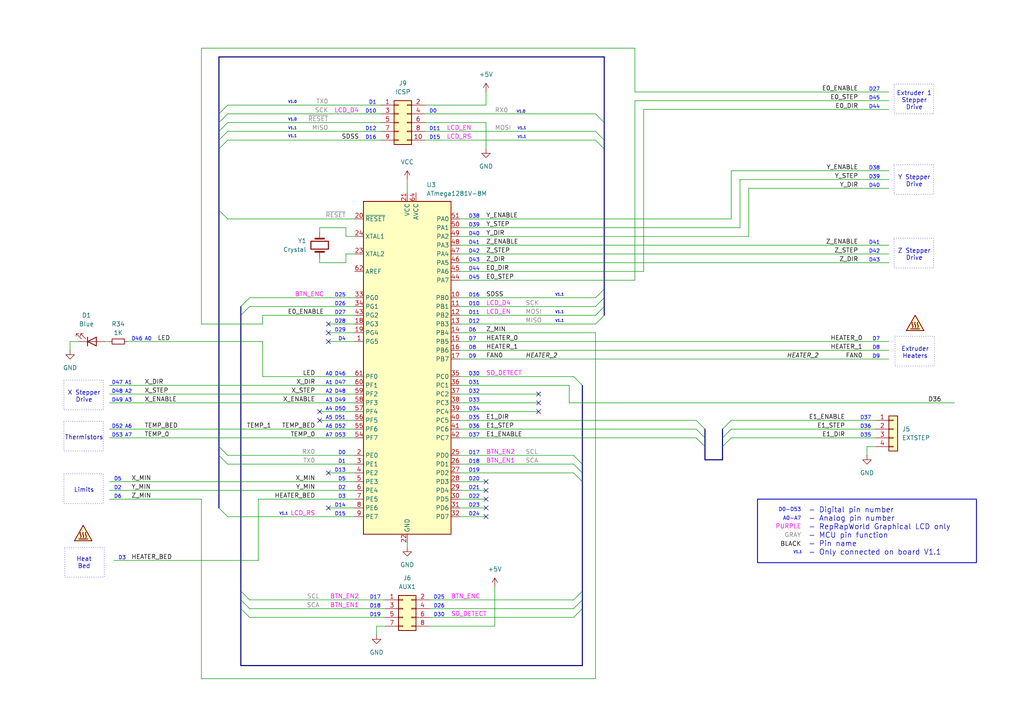
<source format=kicad_sch>
(kicad_sch (version 20231120) (generator "eeschema") (generator_version "8.0")
  (paper "A4")
  (title_block (title "Minitronics v1.1") (date "2024-05-30") (company "ReprapWorld") (comment 1 "Incomplete drawing, traced"))
  (lib_symbols
    (symbol "Connector_Generic:Conn_01x04" (pin_names (offset 1.016) hide)
      (property "Reference" "J" (at 0 5.08 0))
      (property "Value" "Conn_01x04" (at 0 -7.62 0))
      (symbol "Conn_01x04_1_1"
        (rectangle (start -1.27 -4.953) (end 0 -5.207) (stroke (width 0.1524)))
        (rectangle (start -1.27 -2.413) (end 0 -2.667) (stroke (width 0.1524)))
        (rectangle (start -1.27 0.127) (end 0 -0.127) (stroke (width 0.1524)))
        (rectangle (start -1.27 2.667) (end 0 2.413) (stroke (width 0.1524)))
        (rectangle (start -1.27 3.81) (end 1.27 -6.35) (stroke (width 0.254)) (fill (type background)))
        (pin passive line (at -5.08 2.54 0) (length 3.81) (name "Pin_1") (number "1"))
        (pin passive line (at -5.08 0 0) (length 3.81) (name "Pin_2") (number "2"))
        (pin passive line (at -5.08 -2.54 0) (length 3.81) (name "Pin_3") (number "3"))
        (pin passive line (at -5.08 -5.08 0) (length 3.81) (name "Pin_4") (number "4"))
      )
    )
    (symbol "Connector_Generic:Conn_02x04_Odd_Even" (pin_names (offset 1.016) hide)
      (property "Reference" "J" (at 1.27 5.08 0))
      (property "Value" "Conn_02x04_Odd_Even" (at 1.27 -7.62 0))
      (symbol "Conn_02x04_Odd_Even_1_1"
        (rectangle (start -1.27 -4.953) (end 0 -5.207) (stroke (width 0.1524)))
        (rectangle (start -1.27 -2.413) (end 0 -2.667) (stroke (width 0.1524)))
        (rectangle (start -1.27 0.127) (end 0 -0.127) (stroke (width 0.1524)))
        (rectangle (start -1.27 2.667) (end 0 2.413) (stroke (width 0.1524)))
        (rectangle (start -1.27 3.81) (end 3.81 -6.35) (stroke (width 0.254)) (fill (type background)))
        (rectangle (start 3.81 -4.953) (end 2.54 -5.207) (stroke (width 0.1524)))
        (rectangle (start 3.81 -2.413) (end 2.54 -2.667) (stroke (width 0.1524)))
        (rectangle (start 3.81 0.127) (end 2.54 -0.127) (stroke (width 0.1524)))
        (rectangle (start 3.81 2.667) (end 2.54 2.413) (stroke (width 0.1524)))
        (pin passive line (at -5.08 2.54 0) (length 3.81) (name "Pin_1") (number "1"))
        (pin passive line (at 7.62 2.54 180) (length 3.81) (name "Pin_2") (number "2"))
        (pin passive line (at -5.08 0 0) (length 3.81) (name "Pin_3") (number "3"))
        (pin passive line (at 7.62 0 180) (length 3.81) (name "Pin_4") (number "4"))
        (pin passive line (at -5.08 -2.54 0) (length 3.81) (name "Pin_5") (number "5"))
        (pin passive line (at 7.62 -2.54 180) (length 3.81) (name "Pin_6") (number "6"))
        (pin passive line (at -5.08 -5.08 0) (length 3.81) (name "Pin_7") (number "7"))
        (pin passive line (at 7.62 -5.08 180) (length 3.81) (name "Pin_8") (number "8"))
      )
    )
    (symbol "Connector_Generic:Conn_02x05_Odd_Even" (pin_names (offset 1.016) hide)
      (property "Reference" "J" (at 1.27 7.62 0))
      (property "Value" "Conn_02x05_Odd_Even" (at 1.27 -7.62 0))
      (symbol "Conn_02x05_Odd_Even_1_1"
        (rectangle (start -1.27 -4.953) (end 0 -5.207) (stroke (width 0.1524)))
        (rectangle (start -1.27 -2.413) (end 0 -2.667) (stroke (width 0.1524)))
        (rectangle (start -1.27 0.127) (end 0 -0.127) (stroke (width 0.1524)))
        (rectangle (start -1.27 2.667) (end 0 2.413) (stroke (width 0.1524)))
        (rectangle (start -1.27 5.207) (end 0 4.953) (stroke (width 0.1524)))
        (rectangle (start -1.27 6.35) (end 3.81 -6.35) (stroke (width 0.254)) (fill (type background)))
        (rectangle (start 3.81 -4.953) (end 2.54 -5.207) (stroke (width 0.1524)))
        (rectangle (start 3.81 -2.413) (end 2.54 -2.667) (stroke (width 0.1524)))
        (rectangle (start 3.81 0.127) (end 2.54 -0.127) (stroke (width 0.1524)))
        (rectangle (start 3.81 2.667) (end 2.54 2.413) (stroke (width 0.1524)))
        (rectangle (start 3.81 5.207) (end 2.54 4.953) (stroke (width 0.1524)))
        (pin passive line (at -5.08 5.08 0) (length 3.81) (name "Pin_1") (number "1"))
        (pin passive line (at 7.62 -5.08 180) (length 3.81) (name "Pin_10") (number "10"))
        (pin passive line (at 7.62 5.08 180) (length 3.81) (name "Pin_2") (number "2"))
        (pin passive line (at -5.08 2.54 0) (length 3.81) (name "Pin_3") (number "3"))
        (pin passive line (at 7.62 2.54 180) (length 3.81) (name "Pin_4") (number "4"))
        (pin passive line (at -5.08 0 0) (length 3.81) (name "Pin_5") (number "5"))
        (pin passive line (at 7.62 0 180) (length 3.81) (name "Pin_6") (number "6"))
        (pin passive line (at -5.08 -2.54 0) (length 3.81) (name "Pin_7") (number "7"))
        (pin passive line (at 7.62 -2.54 180) (length 3.81) (name "Pin_8") (number "8"))
        (pin passive line (at -5.08 -5.08 0) (length 3.81) (name "Pin_9") (number "9"))
      )
    )
    (symbol "Device:Crystal" (pin_numbers hide) (pin_names (offset 1.016) hide)
      (property "Reference" "Y" (at 0 3.81 0))
      (property "Value" "Crystal" (at 0 -3.81 0))
      (symbol "Crystal_0_1"
        (rectangle (start -1.143 2.54) (end 1.143 -2.54) (stroke (width 0.3048)))
        (polyline (pts (xy -2.54 0) (xy -1.905 0)))
        (polyline (pts (xy -1.905 -1.27) (xy -1.905 1.27)) (stroke (width 0.508)))
        (polyline (pts (xy 1.905 -1.27) (xy 1.905 1.27)) (stroke (width 0.508)))
        (polyline (pts (xy 2.54 0) (xy 1.905 0)))
      )
      (symbol "Crystal_1_1"
        (pin passive line (at -3.81 0 0) (length 1.27) (name "1") (number "1"))
        (pin passive line (at 3.81 0 180) (length 1.27) (name "2") (number "2"))
      )
    )
    (symbol "Device:LED" (pin_numbers hide) (pin_names (offset 1.016) hide)
      (property "Reference" "D" (at 0 2.54 0))
      (property "Value" "LED" (at 0 -2.54 0))
      (symbol "LED_0_1"
        (polyline (pts (xy -1.27 -1.27) (xy -1.27 1.27)) (stroke (width 0.254)))
        (polyline (pts (xy -1.27 0) (xy 1.27 0)))
        (polyline (pts (xy 1.27 -1.27) (xy 1.27 1.27) (xy -1.27 0) (xy 1.27 -1.27)) (stroke (width 0.254)))
        (polyline (pts (xy -3.048 -0.762) (xy -4.572 -2.286) (xy -3.81 -2.286) (xy -4.572 -2.286) (xy -4.572 -1.524)))
        (polyline (pts (xy -1.778 -0.762) (xy -3.302 -2.286) (xy -2.54 -2.286) (xy -3.302 -2.286) (xy -3.302 -1.524)))
      )
      (symbol "LED_1_1"
        (pin passive line (at -3.81 0 0) (length 2.54) (name "K") (number "1"))
        (pin passive line (at 3.81 0 180) (length 2.54) (name "A") (number "2"))
      )
    )
    (symbol "Device:R_Small" (pin_numbers hide) (pin_names (offset 0.254) hide)
      (property "Reference" "R" (at 0.762 0.508 0))
      (property "Value" "R_Small" (at 0.762 -1.016 0))
      (symbol "R_Small_0_1"
        (rectangle (start -0.762 1.778) (end 0.762 -1.778) (stroke (width 0.2032)))
      )
      (symbol "R_Small_1_1"
        (pin passive line (at 0 2.54 270) (length 0.762) (name "~") (number "1"))
        (pin passive line (at 0 -2.54 90) (length 0.762) (name "~") (number "2"))
      )
    )
    (symbol "Graphic:SYM_Hot_Small" (in_bom no) (on_board no)
      (symbol "SYM_Hot_Small_0_1"
        (arc (start -0.762 -1.016) (mid -0.635 -0.635) (end -0.762 -0.254) (stroke (width 0.254)))
        (arc (start -0.762 0.508) (mid -0.889 0.127) (end -0.762 -0.254) (stroke (width 0.254)))
        (arc (start 0 -1.016) (mid 0.127 -0.635) (end 0 -0.254) (stroke (width 0.254)))
        (polyline (pts (xy 1.27 -1.397) (xy -1.27 -1.397)) (stroke (width 0.254)))
        (polyline (pts (xy -2.54 -1.905) (xy 2.54 -1.905) (xy 0 2.54) (xy -2.54 -1.905)) (stroke (width 0.254)) (fill (type background)))
        (arc (start 0 0.508) (mid -0.127 0.127) (end 0 -0.254) (stroke (width 0.254)))
        (arc (start 0.762 -1.016) (mid 0.889 -0.635) (end 0.762 -0.254) (stroke (width 0.254)))
        (arc (start 0.762 0.508) (mid 0.635 0.127) (end 0.762 -0.254) (stroke (width 0.254)))
      )
    )
    (symbol "MCU_Microchip_ATmega:ATmega1281V-8M"
      (property "Reference" "U" (at -12.7 49.53 0))
      (property "Value" "ATmega1281V-8M" (at 2.54 -49.53 0))
      (symbol "ATmega1281V-8M_0_1"
        (rectangle (start -12.7 -48.26) (end 12.7 48.26) (stroke (width 0.254)) (fill (type background)))
      )
      (symbol "ATmega1281V-8M_1_1"
        (pin bidirectional line (at -15.24 7.62 0) (length 2.54) (name "PG5") (number "1"))
        (pin bidirectional line (at 15.24 20.32 180) (length 2.54) (name "PB0") (number "10"))
        (pin bidirectional line (at 15.24 17.78 180) (length 2.54) (name "PB1") (number "11"))
        (pin bidirectional line (at 15.24 15.24 180) (length 2.54) (name "PB2") (number "12"))
        (pin bidirectional line (at 15.24 12.7 180) (length 2.54) (name "PB3") (number "13"))
        (pin bidirectional line (at 15.24 10.16 180) (length 2.54) (name "PB4") (number "14"))
        (pin bidirectional line (at 15.24 7.62 180) (length 2.54) (name "PB5") (number "15"))
        (pin bidirectional line (at 15.24 5.08 180) (length 2.54) (name "PB6") (number "16"))
        (pin bidirectional line (at 15.24 2.54 180) (length 2.54) (name "PB7") (number "17"))
        (pin bidirectional line (at -15.24 12.7 0) (length 2.54) (name "PG3") (number "18"))
        (pin bidirectional line (at -15.24 10.16 0) (length 2.54) (name "PG4") (number "19"))
        (pin bidirectional line (at -15.24 -25.4 0) (length 2.54) (name "PE0") (number "2"))
        (pin input line (at -15.24 43.18 0) (length 2.54) (name "~{RESET}") (number "20"))
        (pin power_in line (at 0 50.8 270) (length 2.54) (name "VCC") (number "21"))
        (pin power_in line (at 0 -50.8 90) (length 2.54) (name "GND") (number "22"))
        (pin output line (at -15.24 33.02 0) (length 2.54) (name "XTAL2") (number "23"))
        (pin input line (at -15.24 38.1 0) (length 2.54) (name "XTAL1") (number "24"))
        (pin bidirectional line (at 15.24 -25.4 180) (length 2.54) (name "PD0") (number "25"))
        (pin bidirectional line (at 15.24 -27.94 180) (length 2.54) (name "PD1") (number "26"))
        (pin bidirectional line (at 15.24 -30.48 180) (length 2.54) (name "PD2") (number "27"))
        (pin bidirectional line (at 15.24 -33.02 180) (length 2.54) (name "PD3") (number "28"))
        (pin bidirectional line (at 15.24 -35.56 180) (length 2.54) (name "PD4") (number "29"))
        (pin bidirectional line (at -15.24 -27.94 0) (length 2.54) (name "PE1") (number "3"))
        (pin bidirectional line (at 15.24 -38.1 180) (length 2.54) (name "PD5") (number "30"))
        (pin bidirectional line (at 15.24 -40.64 180) (length 2.54) (name "PD6") (number "31"))
        (pin bidirectional line (at 15.24 -43.18 180) (length 2.54) (name "PD7") (number "32"))
        (pin bidirectional line (at -15.24 20.32 0) (length 2.54) (name "PG0") (number "33"))
        (pin bidirectional line (at -15.24 17.78 0) (length 2.54) (name "PG1") (number "34"))
        (pin bidirectional line (at 15.24 -2.54 180) (length 2.54) (name "PC0") (number "35"))
        (pin bidirectional line (at 15.24 -5.08 180) (length 2.54) (name "PC1") (number "36"))
        (pin bidirectional line (at 15.24 -7.62 180) (length 2.54) (name "PC2") (number "37"))
        (pin bidirectional line (at 15.24 -10.16 180) (length 2.54) (name "PC3") (number "38"))
        (pin bidirectional line (at 15.24 -12.7 180) (length 2.54) (name "PC4") (number "39"))
        (pin bidirectional line (at -15.24 -30.48 0) (length 2.54) (name "PE2") (number "4"))
        (pin bidirectional line (at 15.24 -15.24 180) (length 2.54) (name "PC5") (number "40"))
        (pin bidirectional line (at 15.24 -17.78 180) (length 2.54) (name "PC6") (number "41"))
        (pin bidirectional line (at 15.24 -20.32 180) (length 2.54) (name "PC7") (number "42"))
        (pin bidirectional line (at -15.24 15.24 0) (length 2.54) (name "PG2") (number "43"))
        (pin bidirectional line (at 15.24 25.4 180) (length 2.54) (name "PA7") (number "44"))
        (pin bidirectional line (at 15.24 27.94 180) (length 2.54) (name "PA6") (number "45"))
        (pin bidirectional line (at 15.24 30.48 180) (length 2.54) (name "PA5") (number "46"))
        (pin bidirectional line (at 15.24 33.02 180) (length 2.54) (name "PA4") (number "47"))
        (pin bidirectional line (at 15.24 35.56 180) (length 2.54) (name "PA3") (number "48"))
        (pin bidirectional line (at 15.24 38.1 180) (length 2.54) (name "PA2") (number "49"))
        (pin bidirectional line (at -15.24 -33.02 0) (length 2.54) (name "PE3") (number "5"))
        (pin bidirectional line (at 15.24 40.64 180) (length 2.54) (name "PA1") (number "50"))
        (pin bidirectional line (at 15.24 43.18 180) (length 2.54) (name "PA0") (number "51"))
        (pin passive line (at 0 50.8 270) (length 2.54) hide (name "VCC") (number "52"))
        (pin passive line (at 0 -50.8 90) (length 2.54) hide (name "GND") (number "53"))
        (pin bidirectional line (at -15.24 -20.32 0) (length 2.54) (name "PF7") (number "54"))
        (pin bidirectional line (at -15.24 -17.78 0) (length 2.54) (name "PF6") (number "55"))
        (pin bidirectional line (at -15.24 -15.24 0) (length 2.54) (name "PF5") (number "56"))
        (pin bidirectional line (at -15.24 -12.7 0) (length 2.54) (name "PF4") (number "57"))
        (pin bidirectional line (at -15.24 -10.16 0) (length 2.54) (name "PF3") (number "58"))
        (pin bidirectional line (at -15.24 -7.62 0) (length 2.54) (name "PF2") (number "59"))
        (pin bidirectional line (at -15.24 -35.56 0) (length 2.54) (name "PE4") (number "6"))
        (pin bidirectional line (at -15.24 -5.08 0) (length 2.54) (name "PF1") (number "60"))
        (pin bidirectional line (at -15.24 -2.54 0) (length 2.54) (name "PF0") (number "61"))
        (pin passive line (at -15.24 27.94 0) (length 2.54) (name "AREF") (number "62"))
        (pin passive line (at 0 -50.8 90) (length 2.54) hide (name "GND") (number "63"))
        (pin power_in line (at 2.54 50.8 270) (length 2.54) (name "AVCC") (number "64"))
        (pin passive line (at 0 -50.8 90) (length 2.54) hide (name "GND") (number "65"))
        (pin bidirectional line (at -15.24 -38.1 0) (length 2.54) (name "PE5") (number "7"))
        (pin bidirectional line (at -15.24 -40.64 0) (length 2.54) (name "PE6") (number "8"))
        (pin bidirectional line (at -15.24 -43.18 0) (length 2.54) (name "PE7") (number "9"))
      )
    )
    (symbol "power:+5V" (power) (pin_numbers hide) (pin_names (offset 0) hide)
      (property "Value" "+5V" (at 0 3.556 0))
      (symbol "+5V_0_1"
        (polyline (pts (xy -0.762 1.27) (xy 0 2.54)))
        (polyline (pts (xy 0 0) (xy 0 2.54)))
        (polyline (pts (xy 0 2.54) (xy 0.762 1.27)))
      )
      (symbol "+5V_1_1"
        (pin power_in line (at 0 0 90) (length 0) (name "~") (number "1"))
      )
    )
    (symbol "power:GND" (power) (pin_numbers hide) (pin_names (offset 0) hide)
      (property "Value" "GND" (at 0 -3.81 0))
      (symbol "GND_0_1"
        (polyline (pts (xy 0 0) (xy 0 -1.27) (xy 1.27 -1.27) (xy 0 -2.54) (xy -1.27 -1.27) (xy 0 -1.27)))
      )
      (symbol "GND_1_1"
        (pin power_in line (at 0 0 270) (length 0) (name "~") (number "1"))
      )
    )
    (symbol "power:VCC" (power) (pin_numbers hide) (pin_names (offset 0) hide)
      (property "Value" "VCC" (at 0 3.556 0))
      (symbol "VCC_0_1"
        (polyline (pts (xy -0.762 1.27) (xy 0 2.54)))
        (polyline (pts (xy 0 0) (xy 0 2.54)))
        (polyline (pts (xy 0 2.54) (xy 0.762 1.27)))
      )
      (symbol "VCC_1_1"
        (pin power_in line (at 0 0 90) (length 0) (name "~") (number "1"))
      )
    )
  )
  (no_connect (at 95.25 93.98))
  (no_connect (at 156.21 116.84))
  (no_connect (at 140.97 149.86))
  (no_connect (at 156.21 119.38))
  (no_connect (at 140.97 142.24))
  (no_connect (at 156.21 114.3))
  (no_connect (at 95.25 137.16))
  (no_connect (at 140.97 147.32))
  (no_connect (at 95.25 147.32))
  (no_connect (at 95.25 96.52))
  (no_connect (at 92.71 121.92))
  (no_connect (at 140.97 139.7))
  (no_connect (at 140.97 144.78))
  (no_connect (at 92.71 119.38))
  (no_connect (at 95.25 99.06))
  (bus_entry (at 166.37 109.22) (size 2.54 2.54))
  (bus_entry (at 212.09 127) (size -2.54 2.54))
  (bus_entry (at 166.37 134.62) (size 2.54 2.54))
  (bus_entry (at 212.09 124.46) (size -2.54 2.54))
  (bus_entry (at 175.26 83.82) (size -2.54 2.54))
  (bus_entry (at 63.5 147.32) (size 2.54 2.54))
  (bus_entry (at 69.85 91.44) (size 2.54 -2.54))
  (bus_entry (at 69.85 173.99) (size 2.54 2.54))
  (bus_entry (at 172.72 38.1) (size 2.54 2.54))
  (bus_entry (at 69.85 176.53) (size 2.54 2.54))
  (bus_entry (at 175.26 88.9) (size -2.54 2.54))
  (bus_entry (at 63.5 60.96) (size 2.54 2.54))
  (bus_entry (at 168.91 171.45) (size -2.54 2.54))
  (bus_entry (at 63.5 38.1) (size 2.54 -2.54))
  (bus_entry (at 204.47 124.46) (size -2.54 -2.54))
  (bus_entry (at 69.85 171.45) (size 2.54 2.54))
  (bus_entry (at 63.5 129.54) (size 2.54 2.54))
  (bus_entry (at 172.72 40.64) (size 2.54 2.54))
  (bus_entry (at 63.5 40.64) (size 2.54 -2.54))
  (bus_entry (at 63.5 33.02) (size 2.54 -2.54))
  (bus_entry (at 166.37 132.08) (size 2.54 2.54))
  (bus_entry (at 175.26 91.44) (size -2.54 2.54))
  (bus_entry (at 63.5 35.56) (size 2.54 -2.54))
  (bus_entry (at 212.09 121.92) (size -2.54 2.54))
  (bus_entry (at 63.5 132.08) (size 2.54 2.54))
  (bus_entry (at 166.37 137.16) (size 2.54 2.54))
  (bus_entry (at 204.47 127) (size -2.54 -2.54))
  (bus_entry (at 63.5 43.18) (size 2.54 -2.54))
  (bus_entry (at 69.85 88.9) (size 2.54 -2.54))
  (bus_entry (at 172.72 33.02) (size 2.54 2.54))
  (bus_entry (at 168.91 173.99) (size -2.54 2.54))
  (bus_entry (at 204.47 129.54) (size -2.54 -2.54))
  (bus_entry (at 168.91 176.53) (size -2.54 2.54))
  (bus_entry (at 175.26 86.36) (size -2.54 2.54))
  (wire (pts (xy 140.97 139.7) (xy 133.35 139.7)))
  (wire (pts (xy 102.87 63.5) (xy 66.04 63.5)))
  (wire (pts (xy 102.87 88.9) (xy 72.39 88.9)))
  (wire (pts (xy 95.25 93.98) (xy 102.87 93.98)))
  (wire (pts (xy 214.63 52.07) (xy 257.81 52.07)))
  (wire (pts (xy 133.35 81.28) (xy 184.15 81.28)))
  (wire (pts (xy 254 127) (xy 212.09 127)))
  (wire (pts (xy 36.83 99.06) (xy 76.2 99.06)))
  (wire (pts (xy 123.19 35.56) (xy 140.97 35.56)))
  (wire (pts (xy 76.2 109.22) (xy 76.2 99.06)))
  (wire (pts (xy 140.97 147.32) (xy 133.35 147.32)))
  (bus (pts (xy 69.85 91.44) (xy 69.85 171.45)))
  (wire (pts (xy 133.35 127) (xy 201.93 127)))
  (bus (pts (xy 63.5 40.64) (xy 63.5 43.18)))
  (wire (pts (xy 123.19 33.02) (xy 172.72 33.02)))
  (wire (pts (xy 186.69 31.75) (xy 257.81 31.75)))
  (wire (pts (xy 102.87 91.44) (xy 76.2 91.44)))
  (bus (pts (xy 69.85 88.9) (xy 69.85 91.44)))
  (wire (pts (xy 133.35 93.98) (xy 172.72 93.98)))
  (wire (pts (xy 124.46 179.07) (xy 166.37 179.07)))
  (wire (pts (xy 92.71 76.2) (xy 92.71 74.93)))
  (wire (pts (xy 31.75 111.76) (xy 102.87 111.76)))
  (wire (pts (xy 156.21 116.84) (xy 133.35 116.84)))
  (bus (pts (xy 175.26 16.51) (xy 175.26 35.56)))
  (wire (pts (xy 95.25 99.06) (xy 102.87 99.06)))
  (wire (pts (xy 133.35 66.04) (xy 214.63 66.04)))
  (wire (pts (xy 133.35 101.6) (xy 257.81 101.6)))
  (wire (pts (xy 133.35 91.44) (xy 172.72 91.44)))
  (wire (pts (xy 58.42 13.97) (xy 184.15 13.97)))
  (wire (pts (xy 92.71 76.2) (xy 100.33 76.2)))
  (wire (pts (xy 31.75 124.46) (xy 102.87 124.46)))
  (bus (pts (xy 63.5 60.96) (xy 63.5 129.54)))
  (wire (pts (xy 74.93 144.78) (xy 102.87 144.78)))
  (wire (pts (xy 133.35 86.36) (xy 172.72 86.36)))
  (wire (pts (xy 111.76 179.07) (xy 72.39 179.07)))
  (wire (pts (xy 184.15 81.28) (xy 184.15 29.21)))
  (wire (pts (xy 66.04 30.48) (xy 110.49 30.48)))
  (wire (pts (xy 184.15 29.21) (xy 257.81 29.21)))
  (wire (pts (xy 133.35 137.16) (xy 166.37 137.16)))
  (wire (pts (xy 254 129.54) (xy 251.46 129.54)))
  (bus (pts (xy 175.26 91.44) (xy 175.26 88.9)))
  (wire (pts (xy 31.75 142.24) (xy 102.87 142.24)))
  (wire (pts (xy 92.71 66.04) (xy 92.71 67.31)))
  (wire (pts (xy 20.32 101.6) (xy 20.32 99.06)))
  (wire (pts (xy 133.35 121.92) (xy 201.93 121.92)))
  (bus (pts (xy 209.55 127) (xy 209.55 129.54)))
  (bus (pts (xy 69.85 176.53) (xy 69.85 193.04)))
  (wire (pts (xy 156.21 119.38) (xy 133.35 119.38)))
  (bus (pts (xy 175.26 83.82) (xy 175.26 86.36)))
  (wire (pts (xy 76.2 109.22) (xy 102.87 109.22)))
  (bus (pts (xy 175.26 88.9) (xy 175.26 86.36)))
  (bus (pts (xy 168.91 137.16) (xy 168.91 139.7)))
  (wire (pts (xy 30.48 99.06) (xy 31.75 99.06)))
  (wire (pts (xy 66.04 38.1) (xy 110.49 38.1)))
  (wire (pts (xy 133.35 134.62) (xy 166.37 134.62)))
  (wire (pts (xy 31.75 127) (xy 102.87 127)))
  (wire (pts (xy 124.46 173.99) (xy 166.37 173.99)))
  (wire (pts (xy 74.93 144.78) (xy 74.93 162.56)))
  (wire (pts (xy 123.19 38.1) (xy 172.72 38.1)))
  (wire (pts (xy 76.2 91.44) (xy 76.2 93.98)))
  (bus (pts (xy 171.45 -31.75) (xy 172.72 -31.75)))
  (wire (pts (xy 133.35 132.08) (xy 166.37 132.08)))
  (wire (pts (xy 184.15 13.97) (xy 184.15 26.67)))
  (wire (pts (xy 100.33 66.04) (xy 92.71 66.04)))
  (wire (pts (xy 133.35 71.12) (xy 257.81 71.12)))
  (wire (pts (xy 109.22 181.61) (xy 109.22 184.15)))
  (bus (pts (xy 175.26 35.56) (xy 175.26 40.64)))
  (wire (pts (xy 254 121.92) (xy 212.09 121.92)))
  (wire (pts (xy 20.32 99.06) (xy 22.86 99.06)))
  (wire (pts (xy 58.42 93.98) (xy 58.42 13.97)))
  (bus (pts (xy 63.5 132.08) (xy 63.5 147.32)))
  (wire (pts (xy 66.04 132.08) (xy 102.87 132.08)))
  (wire (pts (xy 66.04 35.56) (xy 110.49 35.56)))
  (bus (pts (xy 175.26 43.18) (xy 175.26 83.82)))
  (bus (pts (xy 69.85 171.45) (xy 69.85 173.99)))
  (wire (pts (xy 31.75 114.3) (xy 102.87 114.3)))
  (wire (pts (xy 165.1 116.84) (xy 276.86 116.84)))
  (wire (pts (xy 118.11 52.07) (xy 118.11 55.88)))
  (bus (pts (xy 63.5 16.51) (xy 63.5 33.02)))
  (bus (pts (xy 168.91 134.62) (xy 168.91 137.16)))
  (wire (pts (xy 92.71 121.92) (xy 102.87 121.92)))
  (wire (pts (xy 31.75 139.7) (xy 102.87 139.7)))
  (bus (pts (xy 168.91 139.7) (xy 168.91 171.45)))
  (bus (pts (xy 175.26 40.64) (xy 175.26 43.18)))
  (wire (pts (xy 172.72 40.64) (xy 123.19 40.64)))
  (bus (pts (xy 168.91 173.99) (xy 168.91 176.53)))
  (wire (pts (xy 31.75 144.78) (xy 58.42 144.78)))
  (wire (pts (xy 133.35 111.76) (xy 165.1 111.76)))
  (wire (pts (xy 95.25 96.52) (xy 102.87 96.52)))
  (wire (pts (xy 124.46 176.53) (xy 166.37 176.53)))
  (bus (pts (xy 63.5 33.02) (xy 63.5 35.56)))
  (wire (pts (xy 254 124.46) (xy 212.09 124.46)))
  (wire (pts (xy 172.72 196.85) (xy 58.42 196.85)))
  (bus (pts (xy 204.47 124.46) (xy 204.47 127)))
  (wire (pts (xy 95.25 137.16) (xy 102.87 137.16)))
  (wire (pts (xy 111.76 181.61) (xy 109.22 181.61)))
  (wire (pts (xy 184.15 26.67) (xy 257.81 26.67)))
  (bus (pts (xy 168.91 111.76) (xy 168.91 134.62)))
  (bus (pts (xy 204.47 133.35) (xy 209.55 133.35)))
  (wire (pts (xy 66.04 149.86) (xy 102.87 149.86)))
  (wire (pts (xy 140.97 35.56) (xy 140.97 43.18)))
  (wire (pts (xy 140.97 144.78) (xy 133.35 144.78)))
  (bus (pts (xy 168.91 176.53) (xy 168.91 193.04)))
  (bus (pts (xy 63.5 43.18) (xy 63.5 60.96)))
  (wire (pts (xy 133.35 73.66) (xy 257.81 73.66)))
  (wire (pts (xy 214.63 66.04) (xy 214.63 52.07)))
  (wire (pts (xy 165.1 111.76) (xy 165.1 116.84)))
  (wire (pts (xy 140.97 142.24) (xy 133.35 142.24)))
  (bus (pts (xy 63.5 16.51) (xy 175.26 16.51)))
  (wire (pts (xy 102.87 68.58) (xy 100.33 68.58)))
  (wire (pts (xy 140.97 26.67) (xy 140.97 30.48)))
  (wire (pts (xy 217.17 68.58) (xy 217.17 54.61)))
  (bus (pts (xy 204.47 129.54) (xy 204.47 133.35)))
  (wire (pts (xy 133.35 63.5) (xy 212.09 63.5)))
  (wire (pts (xy 123.19 30.48) (xy 140.97 30.48)))
  (wire (pts (xy 133.35 109.22) (xy 166.37 109.22)))
  (wire (pts (xy 212.09 49.53) (xy 257.81 49.53)))
  (wire (pts (xy 33.02 162.56) (xy 74.93 162.56)))
  (wire (pts (xy 212.09 63.5) (xy 212.09 49.53)))
  (wire (pts (xy 100.33 76.2) (xy 100.33 73.66)))
  (bus (pts (xy 63.5 132.08) (xy 63.5 129.54)))
  (wire (pts (xy 111.76 176.53) (xy 72.39 176.53)))
  (wire (pts (xy 58.42 93.98) (xy 76.2 93.98)))
  (bus (pts (xy 168.91 171.45) (xy 168.91 173.99)))
  (wire (pts (xy 133.35 124.46) (xy 201.93 124.46)))
  (wire (pts (xy 140.97 149.86) (xy 133.35 149.86)))
  (wire (pts (xy 133.35 78.74) (xy 186.69 78.74)))
  (bus (pts (xy 69.85 193.04) (xy 168.91 193.04)))
  (bus (pts (xy 204.47 127) (xy 204.47 129.54)))
  (wire (pts (xy 95.25 147.32) (xy 102.87 147.32)))
  (wire (pts (xy 133.35 99.06) (xy 257.81 99.06)))
  (wire (pts (xy 217.17 54.61) (xy 257.81 54.61)))
  (wire (pts (xy 156.21 114.3) (xy 133.35 114.3)))
  (wire (pts (xy 111.76 173.99) (xy 72.39 173.99)))
  (wire (pts (xy 66.04 33.02) (xy 110.49 33.02)))
  (wire (pts (xy 143.51 170.18) (xy 143.51 181.61)))
  (wire (pts (xy 92.71 119.38) (xy 102.87 119.38)))
  (wire (pts (xy 102.87 86.36) (xy 72.39 86.36)))
  (bus (pts (xy 209.55 129.54) (xy 209.55 133.35)))
  (bus (pts (xy 63.5 35.56) (xy 63.5 38.1)))
  (wire (pts (xy 133.35 104.14) (xy 257.81 104.14)))
  (wire (pts (xy 66.04 40.64) (xy 110.49 40.64)))
  (wire (pts (xy 133.35 68.58) (xy 217.17 68.58)))
  (wire (pts (xy 186.69 78.74) (xy 186.69 31.75)))
  (wire (pts (xy 58.42 196.85) (xy 58.42 144.78)))
  (wire (pts (xy 133.35 76.2) (xy 257.81 76.2)))
  (bus (pts (xy 209.55 124.46) (xy 209.55 127)))
  (wire (pts (xy 66.04 134.62) (xy 102.87 134.62)))
  (bus (pts (xy 63.5 40.64) (xy 63.5 38.1)))
  (wire (pts (xy 133.35 88.9) (xy 172.72 88.9)))
  (bus (pts (xy 69.85 173.99) (xy 69.85 176.53)))
  (wire (pts (xy 172.72 96.52) (xy 172.72 196.85)))
  (wire (pts (xy 124.46 181.61) (xy 143.51 181.61)))
  (wire (pts (xy 31.75 116.84) (xy 102.87 116.84)))
  (wire (pts (xy 251.46 129.54) (xy 251.46 132.08)))
  (wire (pts (xy 100.33 68.58) (xy 100.33 66.04)))
  (wire (pts (xy 118.11 158.75) (xy 118.11 157.48)))
  (wire (pts (xy 133.35 96.52) (xy 172.72 96.52)))
  (wire (pts (xy 100.33 73.66) (xy 102.87 73.66)))
  (rectangle (start 259.334 24.384) (end 270.764 33.02) (stroke (width 0) (type dot)))
  (rectangle (start 259.334 47.752) (end 270.764 56.388) (stroke (width 0) (type dot)))
  (rectangle (start 259.588 97.536) (end 271.018 106.172) (stroke (width 0) (type dot)))
  (rectangle (start 18.542 110.236) (end 29.972 118.872) (stroke (width 0) (type dot)))
  (rectangle (start 259.334 69.088) (end 270.764 77.724) (stroke (width 0) (type dot)))
  (rectangle (start 18.542 137.414) (end 29.972 146.05) (stroke (width 0) (type dot)))
  (rectangle (start 18.542 122.174) (end 29.972 130.81) (stroke (width 0) (type dot)))
  (rectangle (start 18.796 158.75) (end 30.226 167.386) (stroke (width 0) (type dot)))
  (rectangle (start 219.71 144.78) (end 283.21 163.195) (stroke (width 0.254)))
  (text "V1.1" (at 162.306 93.218 0) (effects (font (size 0.762 0.762))))
  (text "Extruder\nHeaters" (at 265.43 102.362 0) (effects (font (size 1.27 1.27))))
  (text "Z Stepper\nDrive" (at 265.176 73.914 0) (effects (font (size 1.27 1.27))))
  (text "Thermistors" (at 24.384 127 0) (effects (font (size 1.27 1.27))))
  (text "Heat\nBed" (at 24.384 163.322 0) (effects (font (size 1.27 1.27))))
  (text "V1.1" (at 162.306 90.678 0) (effects (font (size 0.762 0.762))))
  (text "X Stepper\nDrive" (at 24.384 115.062 0) (effects (font (size 1.27 1.27))))
  (text "V1.1" (at 231.394 160.274 0) (effects (font (size 0.762 0.762))))
  (text "- Digital pin number\n- Analog pin number\n- RepRapWorld Graphical LCD only\n- MCU pin function\n- Pin name\n- Only connected on board V1.1" (at 234.442 154.178 0) (effects (font (size 1.524 1.524)) (justify left)))
  (text "Limits" (at 24.384 142.24 0) (effects (font (size 1.27 1.27))))
  (text "V1.0" (at 84.836 34.798 0) (effects (font (size 0.762 0.762))))
  (text "Extruder 1\nStepper\nDrive" (at 265.176 29.21 0) (effects (font (size 1.27 1.27))))
  (text "V1.1" (at 84.836 39.624 0) (effects (font (size 0.762 0.762))))
  (text "V1.0" (at 84.836 29.718 0) (effects (font (size 0.762 0.762))))
  (text "V1.1" (at 151.384 39.878 0) (effects (font (size 0.762 0.762))))
  (text "V1.0" (at 151.13 32.512 0) (effects (font (size 0.762 0.762))))
  (text "V1.1" (at 162.306 85.598 0) (effects (font (size 0.762 0.762))))
  (text "V1.1" (at 82.296 149.098 0) (effects (font (size 0.762 0.762))))
  (text "V1.1" (at 84.836 37.338 0) (effects (font (size 0.762 0.762))))
  (text "Y Stepper\nDrive" (at 265.176 52.578 0) (effects (font (size 1.27 1.27))))
  (text "V1.1" (at 151.384 37.338 0) (effects (font (size 0.762 0.762))))
  (label "D10" (at 135.89 88.9 0) (effects (font (size 1.0668 1.0668))))
  (label "A7" (at 36.195 127 0) (effects (font (size 1.0668 1.0668))))
  (label "D41" (at 135.89 71.12 0) (effects (font (size 1.0668 1.0668))))
  (label "D11" (at 135.89 91.44 0) (effects (font (size 1.0668 1.0668))))
  (label "BTN_ENC" (at 130.81 173.99 0))
  (label "BTN_EN1" (at 140.97 134.62 0))
  (label "D3" (at 100.33 144.78 180) (effects (font (size 1.0668 1.0668))))
  (label "D34" (at 135.89 119.38 0) (effects (font (size 1.0668 1.0668))))
  (label "Z_ENABLE" (at 140.97 71.12 0))
  (label "D44" (at 255.27 31.75 180) (effects (font (size 1.0668 1.0668))))
  (label "D19" (at 110.49 179.07 180) (effects (font (size 1.0668 1.0668))))
  (label "D48" (at 32.385 114.3 0) (effects (font (size 1.0668 1.0668))))
  (label "E1_DIR" (at 140.97 121.92 0))
  (label "D17" (at 135.89 132.08 0) (effects (font (size 1.0668 1.0668))))
  (label "Y_STEP" (at 248.92 52.07 180))
  (label "LED" (at 91.44 109.22 180))
  (label "D30" (at 135.89 109.22 0) (effects (font (size 1.0668 1.0668))))
  (label "D42" (at 255.27 73.66 180) (effects (font (size 1.0668 1.0668))))
  (label "E0_DIR" (at 140.97 78.74 0))
  (label "Y_MIN" (at 38.1 142.24 0))
  (label "D18" (at 135.89 134.62 0) (effects (font (size 1.0668 1.0668))))
  (label "D30" (at 125.73 179.07 0) (effects (font (size 1.0668 1.0668))))
  (label "TEMP_BED" (at 41.91 124.46 0))
  (label "A4" (at 96.52 119.38 180) (effects (font (size 1.0668 1.0668))))
  (label "LCD_D4" (at 140.97 88.9 0))
  (label "A0-A7" (at 232.41 151.13 180) (effects (font (size 1.0668 1.0668))))
  (label "BTN_EN1" (at 104.14 176.53 180))
  (label "MOSI" (at 152.4 91.44 0))
  (label "D38" (at 255.27 49.53 180) (effects (font (size 1.0668 1.0668))))
  (label "D26" (at 125.73 176.53 0) (effects (font (size 1.0668 1.0668))))
  (label "D42" (at 135.89 73.66 0) (effects (font (size 1.0668 1.0668))))
  (label "PURPLE" (at 232.41 153.67 180))
  (label "D36" (at 135.89 124.46 0) (effects (font (size 1.0668 1.0668))))
  (label "FAN0" (at 140.97 104.14 0))
  (label "A7" (at 96.52 127 180) (effects (font (size 1.0668 1.0668))))
  (label "BTN_ENC" (at 93.98 86.36 180))
  (label "D45" (at 255.27 29.21 180) (effects (font (size 1.0668 1.0668))))
  (label "SCA" (at 152.4 134.62 0))
  (label "E1_ENABLE" (at 140.97 127 0))
  (label "D28" (at 100.33 93.98 180) (effects (font (size 1.0668 1.0668))))
  (label "D31" (at 135.89 111.76 0) (effects (font (size 1.0668 1.0668))))
  (label "HEATER_1" (at 250.19 101.6 180))
  (label "SCA" (at 92.71 176.53 180))
  (label "D26" (at 100.33 88.9 180) (effects (font (size 1.0668 1.0668))))
  (label "D43" (at 135.89 76.2 0) (effects (font (size 1.0668 1.0668))))
  (label "D49" (at 32.385 116.84 0) (effects (font (size 1.0668 1.0668))))
  (label "D9" (at 135.89 104.14 0) (effects (font (size 1.0668 1.0668))))
  (label "Z_DIR" (at 248.92 76.2 180))
  (label "X_DIR" (at 41.91 111.76 0))
  (label "D43" (at 255.27 76.2 180) (effects (font (size 1.0668 1.0668))))
  (label "Y_MIN" (at 91.44 142.24 180))
  (label "D12" (at 109.22 38.1 180) (effects (font (size 1.0668 1.0668))))
  (label "D25" (at 100.33 86.36 180) (effects (font (size 1.0668 1.0668))))
  (label "D0" (at 124.46 33.02 0) (effects (font (size 1.0668 1.0668))))
  (label "D53" (at 32.385 127 0) (effects (font (size 1.0668 1.0668))))
  (label "D16" (at 135.89 86.36 0) (effects (font (size 1.0668 1.0668))))
  (label "D51" (at 100.33 121.92 180) (effects (font (size 1.0668 1.0668))))
  (label "D8" (at 255.27 101.6 180) (effects (font (size 1.0668 1.0668))))
  (label "A3" (at 36.195 116.84 0) (effects (font (size 1.0668 1.0668))))
  (label "BTN_EN2" (at 104.14 173.99 180))
  (label "E1_STEP" (at 140.97 124.46 0))
  (label "Y_DIR" (at 248.92 54.61 180))
  (label "SD_DETECT" (at 130.81 179.07 0))
  (label "D0-D53" (at 232.41 148.59 180) (effects (font (size 1.0668 1.0668))))
  (label "D46" (at 38.1 99.06 0) (effects (font (size 1.0668 1.0668))))
  (label "X_ENABLE" (at 91.44 116.84 180))
  (label "BLACK" (at 232.41 158.75 180))
  (label "HEATER_1" (at 140.97 101.6 0))
  (label "D10" (at 109.22 33.02 180) (effects (font (size 1.0668 1.0668))))
  (label "D22" (at 135.89 144.78 0) (effects (font (size 1.0668 1.0668))))
  (label "D20" (at 135.89 139.7 0) (effects (font (size 1.0668 1.0668))))
  (label "X_STEP" (at 41.91 114.3 0))
  (label "Z_MIN" (at 38.1 144.78 0))
  (label "E0_ENABLE" (at 93.98 91.44 180))
  (label "A1" (at 36.195 111.76 0) (effects (font (size 1.0668 1.0668))))
  (label "A2" (at 96.52 114.3 180) (effects (font (size 1.0668 1.0668))))
  (label "D38" (at 135.89 63.5 0) (effects (font (size 1.0668 1.0668))))
  (label "D1" (at 100.33 134.62 180) (effects (font (size 1.0668 1.0668))))
  (label "D29" (at 100.33 96.52 180) (effects (font (size 1.0668 1.0668))))
  (label "E0_STEP" (at 248.92 29.21 180))
  (label "D53" (at 100.33 127 180) (effects (font (size 1.0668 1.0668))))
  (label "TEMP_0" (at 41.91 127 0))
  (label "Y_ENABLE" (at 248.92 49.53 180))
  (label "D40" (at 255.27 54.61 180) (effects (font (size 1.0668 1.0668))))
  (label "D25" (at 125.73 173.99 0) (effects (font (size 1.0668 1.0668))))
  (label "D47" (at 100.33 111.76 180) (effects (font (size 1.0668 1.0668))))
  (label "HEATER_BED" (at 38.1 162.56 0))
  (label "D6" (at 33.02 144.78 0) (effects (font (size 1.0668 1.0668))))
  (label "D35" (at 252.73 127 180) (effects (font (size 1.0668 1.0668))))
  (label "A6" (at 36.195 124.46 0) (effects (font (size 1.0668 1.0668))))
  (label "D17" (at 110.49 173.99 180) (effects (font (size 1.0668 1.0668))))
  (label "D24" (at 135.89 149.86 0) (effects (font (size 1.0668 1.0668))))
  (label "A5" (at 96.52 121.92 180) (effects (font (size 1.0668 1.0668))))
  (label "TX0" (at 95.25 30.48 180))
  (label "D52" (at 100.33 124.46 180) (effects (font (size 1.0668 1.0668))))
  (label "D44" (at 135.89 78.74 0) (effects (font (size 1.0668 1.0668))))
  (label "D23" (at 135.89 147.32 0) (effects (font (size 1.0668 1.0668))))
  (label "~{RESET}" (at 95.25 35.56 180))
  (label "D33" (at 135.89 116.84 0) (effects (font (size 1.0668 1.0668))))
  (label "E1_ENABLE" (at 245.11 121.92 180))
  (label "X_STEP" (at 91.44 114.3 180))
  (label "D36" (at 273.05 116.84 180))
  (label "D12" (at 135.89 93.98 0) (effects (font (size 1.0668 1.0668))))
  (label "D41" (at 255.27 71.12 180) (effects (font (size 1.0668 1.0668))))
  (label "HEATER_2" (at 237.49 104.14 180) (effects (font (italic yes))))
  (label "E1_DIR" (at 245.11 127 180))
  (label "SCK" (at 152.4 88.9 0))
  (label "SCL" (at 152.4 132.08 0))
  (label "X_ENABLE" (at 41.91 116.84 0))
  (label "D37" (at 135.89 127 0) (effects (font (size 1.0668 1.0668))))
  (label "SCL" (at 92.71 173.99 180))
  (label "D35" (at 135.89 121.92 0) (effects (font (size 1.0668 1.0668))))
  (label "RX0" (at 91.44 132.08 180))
  (label "SDSS" (at 104.14 40.64 180))
  (label "LED" (at 45.72 99.06 0))
  (label "D49" (at 100.33 116.84 180) (effects (font (size 1.0668 1.0668))))
  (label "TX0" (at 91.44 134.62 180))
  (label "D9" (at 255.27 104.14 180) (effects (font (size 1.0668 1.0668))))
  (label "D47" (at 32.385 111.76 0) (effects (font (size 1.0668 1.0668))))
  (label "HEATER_BED" (at 91.44 144.78 180))
  (label "X_MIN" (at 91.44 139.7 180))
  (label "Z_STEP" (at 248.92 73.66 180))
  (label "D39" (at 135.89 66.04 0) (effects (font (size 1.0668 1.0668))))
  (label "D2" (at 100.33 142.24 180) (effects (font (size 1.0668 1.0668))))
  (label "A0" (at 41.91 99.06 0) (effects (font (size 1.0668 1.0668))))
  (label "D32" (at 135.89 114.3 0) (effects (font (size 1.0668 1.0668))))
  (label "HEATER_0" (at 140.97 99.06 0))
  (label "Z_ENABLE" (at 248.92 71.12 180))
  (label "LCD_EN" (at 140.97 91.44 0))
  (label "FAN0" (at 250.19 104.14 180))
  (label "D27" (at 100.33 91.44 180) (effects (font (size 1.0668 1.0668))))
  (label "D7" (at 255.27 99.06 180) (effects (font (size 1.0668 1.0668))))
  (label "TEMP_1" (at 78.74 124.46 180))
  (label "Y_STEP" (at 140.97 66.04 0))
  (label "A0" (at 96.52 109.22 180) (effects (font (size 1.0668 1.0668))))
  (label "D7" (at 135.89 99.06 0) (effects (font (size 1.0668 1.0668))))
  (label "Z_DIR" (at 140.97 76.2 0))
  (label "LCD_RS" (at 91.44 149.86 180))
  (label "D0" (at 100.33 132.08 180) (effects (font (size 1.0668 1.0668))))
  (label "D1" (at 109.22 30.48 180) (effects (font (size 1.0668 1.0668))))
  (label "SDSS" (at 140.97 86.36 0))
  (label "X_DIR" (at 91.44 111.76 180))
  (label "D15" (at 124.46 40.64 0) (effects (font (size 1.0668 1.0668))))
  (label "HEATER_0" (at 250.19 99.06 180))
  (label "D3" (at 34.29 162.56 0) (effects (font (size 1.0668 1.0668))))
  (label "D37" (at 252.73 121.92 180) (effects (font (size 1.0668 1.0668))))
  (label "Y_ENABLE" (at 140.97 63.5 0))
  (label "E0_ENABLE" (at 248.92 26.67 180))
  (label "D45" (at 135.89 81.28 0) (effects (font (size 1.0668 1.0668))))
  (label "SCK" (at 95.25 33.02 180))
  (label "SD_DETECT" (at 140.97 109.22 0))
  (label "A6" (at 96.52 124.46 180) (effects (font (size 1.0668 1.0668))))
  (label "D21" (at 135.89 142.24 0) (effects (font (size 1.0668 1.0668))))
  (label "D19" (at 135.89 137.16 0) (effects (font (size 1.0668 1.0668))))
  (label "D52" (at 32.385 124.46 0) (effects (font (size 1.0668 1.0668))))
  (label "D11" (at 124.46 38.1 0) (effects (font (size 1.0668 1.0668))))
  (label "D18" (at 110.49 176.53 180) (effects (font (size 1.0668 1.0668))))
  (label "D16" (at 109.22 40.64 180) (effects (font (size 1.0668 1.0668))))
  (label "D27" (at 255.27 26.67 180) (effects (font (size 1.0668 1.0668))))
  (label "D5" (at 33.02 139.7 0) (effects (font (size 1.0668 1.0668))))
  (label "X_MIN" (at 38.1 139.7 0))
  (label "GRAY" (at 232.41 156.21 180))
  (label "D46" (at 100.33 109.22 180) (effects (font (size 1.0668 1.0668))))
  (label "Z_MIN" (at 140.97 96.52 0))
  (label "D36" (at 252.73 124.46 180) (effects (font (size 1.0668 1.0668))))
  (label "~{RESET}" (at 100.33 63.5 180))
  (label "MISO" (at 152.4 93.98 0))
  (label "TEMP_BED" (at 91.44 124.46 180))
  (label "Y_DIR" (at 140.97 68.58 0))
  (label "D50" (at 100.33 119.38 180) (effects (font (size 1.0668 1.0668))))
  (label "D15" (at 100.33 149.86 180) (effects (font (size 1.0668 1.0668))))
  (label "LCD_RS" (at 129.54 40.64 0))
  (label "D6" (at 135.89 96.52 0) (effects (font (size 1.0668 1.0668))))
  (label "D14" (at 100.33 147.32 180) (effects (font (size 1.0668 1.0668))))
  (label "RX0" (at 143.51 33.02 0))
  (label "MOSI" (at 143.51 38.1 0))
  (label "A2" (at 36.195 114.3 0) (effects (font (size 1.0668 1.0668))))
  (label "E1_STEP" (at 245.11 124.46 180))
  (label "E0_STEP" (at 140.97 81.28 0))
  (label "D5" (at 100.33 139.7 180) (effects (font (size 1.0668 1.0668))))
  (label "D8" (at 135.89 101.6 0) (effects (font (size 1.0668 1.0668))))
  (label "D13" (at 100.33 137.16 180) (effects (font (size 1.0668 1.0668))))
  (label "A3" (at 96.52 116.84 180) (effects (font (size 1.0668 1.0668))))
  (label "D40" (at 135.89 68.58 0) (effects (font (size 1.0668 1.0668))))
  (label "LCD_EN" (at 129.54 38.1 0))
  (label "D2" (at 33.02 142.24 0) (effects (font (size 1.0668 1.0668))))
  (label "D4" (at 100.33 99.06 180) (effects (font (size 1.0668 1.0668))))
  (label "MISO" (at 95.25 38.1 180))
  (label "BTN_EN2" (at 140.97 132.08 0))
  (label "HEATER_2" (at 152.4 104.14 0) (effects (font (italic yes))))
  (label "E0_DIR" (at 248.92 31.75 180))
  (label "A1" (at 96.52 111.76 180) (effects (font (size 1.0668 1.0668))))
  (label "TEMP_0" (at 91.44 127 180))
  (label "Z_STEP" (at 140.97 73.66 0))
  (label "D39" (at 255.27 52.07 180) (effects (font (size 1.0668 1.0668))))
  (label "D48" (at 100.33 114.3 180) (effects (font (size 1.0668 1.0668))))
  (label "LCD_D4" (at 104.14 33.02 180))
  (symbol (lib_id "Device:R_Small") (at 34.29 99.06 90) (unit 1)
    (property "Reference" "R34" (at 34.29 93.98 90))
    (property "Value" "1K" (at 34.29 96.52 90))
    (property "Description" "Resistor, small symbol" (effects (hide yes)))
  )
  (symbol (lib_id "Connector_Generic:Conn_02x04_Odd_Even") (at 116.84 176.53 0) (unit 1)
    (property "Reference" "J6" (at 118.11 167.64 0))
    (property "Value" "AUX1" (at 118.11 170.18 0))
    (property "Description" "Generic connector, double row, 02x04, odd/even pin numbering scheme (row 1 odd numbers, row 2 even numbers), script generated (kicad-library-utils/schlib/autogen/connector/)" (effects (hide yes)))
  )
  (symbol (lib_id "power:GND") (at 109.22 184.15 0) (unit 1)
    (property "Reference" "#PWR021" (effects (hide yes)))
    (property "Value" "GND" (at 109.22 189.23 0))
    (property "Description" "Power symbol creates a global label with name \"GND\" , ground" (effects (hide yes)))
  )
  (symbol (lib_id "power:GND") (at 20.32 101.6 0) (unit 1)
    (property "Reference" "#PWR01" (effects (hide yes)))
    (property "Value" "GND" (at 20.32 106.68 0))
    (property "Description" "Power symbol creates a global label with name \"GND\" , ground" (effects (hide yes)))
  )
  (symbol (lib_id "power:+5V") (at 140.97 26.67 0) (unit 1)
    (property "Reference" "#PWR023" (effects (hide yes)))
    (property "Value" "+5V" (at 140.97 21.59 0))
    (property "Description" "Power symbol creates a global label with name \"+5V\"" (effects (hide yes)))
  )
  (symbol (lib_id "Graphic:SYM_Hot_Small") (at 24.13 154.94 0) (unit 1) (exclude_from_sim yes) (in_bom no) (on_board no)
    (property "Reference" "#SYM1" (effects (hide yes)))
    (property "Value" "SYM_Hot_Small" (effects (hide yes)))
    (property "Description" "Hot surface warning symbol, small" (effects (hide yes)))
  )
  (symbol (lib_id "power:GND") (at 251.46 132.08 0) (unit 1)
    (property "Reference" "#PWR020" (effects (hide yes)))
    (property "Value" "GND" (at 251.46 137.16 0))
    (property "Description" "Power symbol creates a global label with name \"GND\" , ground" (effects (hide yes)))
  )
  (symbol (lib_id "Graphic:SYM_Hot_Small") (at 265.43 93.98 0) (unit 1) (exclude_from_sim yes) (in_bom no) (on_board no)
    (property "Reference" "#SYM2" (effects (hide yes)))
    (property "Value" "SYM_Hot_Small" (effects (hide yes)))
    (property "Description" "Hot surface warning symbol, small" (effects (hide yes)))
  )
  (symbol (lib_id "power:VCC") (at 118.11 52.07 0) (unit 1)
    (property "Reference" "#PWR018" (effects (hide yes)))
    (property "Value" "VCC" (at 118.11 46.99 0))
    (property "Description" "Power symbol creates a global label with name \"VCC\"" (effects (hide yes)))
  )
  (symbol (lib_id "power:GND") (at 140.97 43.18 0) (unit 1)
    (property "Reference" "#PWR024" (effects (hide yes)))
    (property "Value" "GND" (at 140.97 48.26 0))
    (property "Description" "Power symbol creates a global label with name \"GND\" , ground" (effects (hide yes)))
  )
  (symbol (lib_id "power:+5V") (at 143.51 170.18 0) (unit 1)
    (property "Reference" "#PWR022" (effects (hide yes)))
    (property "Value" "+5V" (at 143.51 165.1 0))
    (property "Description" "Power symbol creates a global label with name \"+5V\"" (effects (hide yes)))
  )
  (symbol (lib_id "Device:Crystal") (at 92.71 71.12 90) (mirror x) (unit 1)
    (property "Reference" "Y1" (at 88.9 69.8499 90) (effects (justify left)))
    (property "Value" "Crystal" (at 88.9 72.3899 90) (effects (justify left)))
    (property "Description" "Two pin crystal" (effects (hide yes)))
  )
  (symbol (lib_id "MCU_Microchip_ATmega:ATmega1281V-8M") (at 118.11 106.68 0) (unit 1)
    (property "Reference" "U3" (at 123.698 53.594 0) (effects (justify left)))
    (property "Value" "ATmega1281V-8M" (at 123.698 56.134 0) (effects (justify left)))
    (property "Footprint" "Package_DFN_QFN:QFN-64-1EP_9x9mm_P0.5mm_EP7.65x7.65mm" (effects (hide yes)))
    (property "Datasheet" "http://ww1.microchip.com/downloads/en/DeviceDoc/Atmel-2549-8-bit-AVR-Microcontroller-ATmega640-1280-1281-2560-2561_datasheet.pdf" (effects (hide yes)))
    (property "Description" "8MHz, 128kB Flash, 8kB SRAM, 4kB EEPROM, JTAG, QFN-64" (effects (hide yes)))
  )
  (symbol (lib_id "power:GND") (at 118.11 158.75 0) (unit 1)
    (property "Reference" "#PWR019" (effects (hide yes)))
    (property "Value" "GND" (at 118.11 163.83 0))
    (property "Description" "Power symbol creates a global label with name \"GND\" , ground" (effects (hide yes)))
  )
  (symbol (lib_id "Connector_Generic:Conn_02x05_Odd_Even") (at 115.57 35.56 0) (unit 1)
    (property "Reference" "J9" (at 116.84 24.13 0))
    (property "Value" "ICSP" (at 116.84 26.67 0))
    (property "Description" "Generic connector, double row, 02x05, odd/even pin numbering scheme (row 1 odd numbers, row 2 even numbers), script generated (kicad-library-utils/schlib/autogen/connector/)" (effects (hide yes)))
  )
  (symbol (lib_id "Connector_Generic:Conn_01x04") (at 259.08 124.46 0) (unit 1)
    (property "Reference" "J5" (at 261.62 124.4599 0) (effects (justify left)))
    (property "Value" "EXTSTEP" (at 261.62 126.9999 0) (effects (justify left)))
    (property "Description" "Generic connector, single row, 01x04, script generated (kicad-library-utils/schlib/autogen/connector/)" (effects (hide yes)))
  )
  (symbol (lib_id "Device:LED") (at 26.67 99.06 0) (mirror x) (unit 1)
    (property "Reference" "D1" (at 25.0825 91.44 0))
    (property "Value" "Blue" (at 25.0825 93.98 0))
    (property "Description" "Light emitting diode" (effects (hide yes)))
  )
)
</source>
